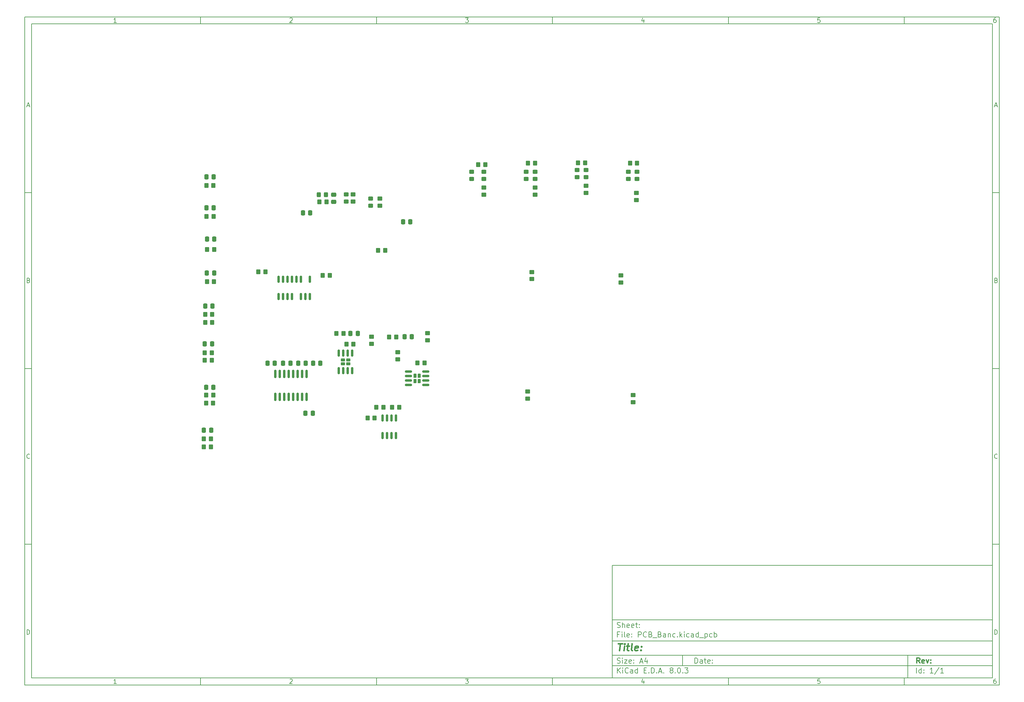
<source format=gbr>
%TF.GenerationSoftware,KiCad,Pcbnew,8.0.3*%
%TF.CreationDate,2024-09-18T10:17:04+02:00*%
%TF.ProjectId,PCB_Banc,5043425f-4261-46e6-932e-6b696361645f,rev?*%
%TF.SameCoordinates,Original*%
%TF.FileFunction,Paste,Top*%
%TF.FilePolarity,Positive*%
%FSLAX46Y46*%
G04 Gerber Fmt 4.6, Leading zero omitted, Abs format (unit mm)*
G04 Created by KiCad (PCBNEW 8.0.3) date 2024-09-18 10:17:04*
%MOMM*%
%LPD*%
G01*
G04 APERTURE LIST*
G04 Aperture macros list*
%AMRoundRect*
0 Rectangle with rounded corners*
0 $1 Rounding radius*
0 $2 $3 $4 $5 $6 $7 $8 $9 X,Y pos of 4 corners*
0 Add a 4 corners polygon primitive as box body*
4,1,4,$2,$3,$4,$5,$6,$7,$8,$9,$2,$3,0*
0 Add four circle primitives for the rounded corners*
1,1,$1+$1,$2,$3*
1,1,$1+$1,$4,$5*
1,1,$1+$1,$6,$7*
1,1,$1+$1,$8,$9*
0 Add four rect primitives between the rounded corners*
20,1,$1+$1,$2,$3,$4,$5,0*
20,1,$1+$1,$4,$5,$6,$7,0*
20,1,$1+$1,$6,$7,$8,$9,0*
20,1,$1+$1,$8,$9,$2,$3,0*%
G04 Aperture macros list end*
%ADD10C,0.100000*%
%ADD11C,0.150000*%
%ADD12C,0.300000*%
%ADD13C,0.400000*%
%ADD14RoundRect,0.250000X-0.450000X0.350000X-0.450000X-0.350000X0.450000X-0.350000X0.450000X0.350000X0*%
%ADD15RoundRect,0.250000X-0.337500X-0.475000X0.337500X-0.475000X0.337500X0.475000X-0.337500X0.475000X0*%
%ADD16RoundRect,0.250000X-0.350000X-0.450000X0.350000X-0.450000X0.350000X0.450000X-0.350000X0.450000X0*%
%ADD17RoundRect,0.250000X0.450000X-0.350000X0.450000X0.350000X-0.450000X0.350000X-0.450000X-0.350000X0*%
%ADD18RoundRect,0.250000X0.450000X-0.325000X0.450000X0.325000X-0.450000X0.325000X-0.450000X-0.325000X0*%
%ADD19RoundRect,0.230000X-0.375000X0.230000X-0.375000X-0.230000X0.375000X-0.230000X0.375000X0.230000X0*%
%ADD20RoundRect,0.150000X-0.150000X0.825000X-0.150000X-0.825000X0.150000X-0.825000X0.150000X0.825000X0*%
%ADD21RoundRect,0.250000X-0.475000X0.337500X-0.475000X-0.337500X0.475000X-0.337500X0.475000X0.337500X0*%
%ADD22RoundRect,0.250000X0.350000X0.450000X-0.350000X0.450000X-0.350000X-0.450000X0.350000X-0.450000X0*%
%ADD23RoundRect,0.250000X0.337500X0.475000X-0.337500X0.475000X-0.337500X-0.475000X0.337500X-0.475000X0*%
%ADD24RoundRect,0.250000X-0.450000X0.325000X-0.450000X-0.325000X0.450000X-0.325000X0.450000X0.325000X0*%
%ADD25RoundRect,0.230000X-0.230000X-0.375000X0.230000X-0.375000X0.230000X0.375000X-0.230000X0.375000X0*%
%ADD26RoundRect,0.150000X-0.825000X-0.150000X0.825000X-0.150000X0.825000X0.150000X-0.825000X0.150000X0*%
%ADD27RoundRect,0.250000X-0.325000X-0.450000X0.325000X-0.450000X0.325000X0.450000X-0.325000X0.450000X0*%
%ADD28RoundRect,0.150000X-0.150000X1.050000X-0.150000X-1.050000X0.150000X-1.050000X0.150000X1.050000X0*%
%ADD29RoundRect,0.150000X0.150000X-0.825000X0.150000X0.825000X-0.150000X0.825000X-0.150000X-0.825000X0*%
G04 APERTURE END LIST*
D10*
D11*
X177002200Y-166007200D02*
X285002200Y-166007200D01*
X285002200Y-198007200D01*
X177002200Y-198007200D01*
X177002200Y-166007200D01*
D10*
D11*
X10000000Y-10000000D02*
X287002200Y-10000000D01*
X287002200Y-200007200D01*
X10000000Y-200007200D01*
X10000000Y-10000000D01*
D10*
D11*
X12000000Y-12000000D02*
X285002200Y-12000000D01*
X285002200Y-198007200D01*
X12000000Y-198007200D01*
X12000000Y-12000000D01*
D10*
D11*
X60000000Y-12000000D02*
X60000000Y-10000000D01*
D10*
D11*
X110000000Y-12000000D02*
X110000000Y-10000000D01*
D10*
D11*
X160000000Y-12000000D02*
X160000000Y-10000000D01*
D10*
D11*
X210000000Y-12000000D02*
X210000000Y-10000000D01*
D10*
D11*
X260000000Y-12000000D02*
X260000000Y-10000000D01*
D10*
D11*
X36089160Y-11593604D02*
X35346303Y-11593604D01*
X35717731Y-11593604D02*
X35717731Y-10293604D01*
X35717731Y-10293604D02*
X35593922Y-10479319D01*
X35593922Y-10479319D02*
X35470112Y-10603128D01*
X35470112Y-10603128D02*
X35346303Y-10665033D01*
D10*
D11*
X85346303Y-10417414D02*
X85408207Y-10355509D01*
X85408207Y-10355509D02*
X85532017Y-10293604D01*
X85532017Y-10293604D02*
X85841541Y-10293604D01*
X85841541Y-10293604D02*
X85965350Y-10355509D01*
X85965350Y-10355509D02*
X86027255Y-10417414D01*
X86027255Y-10417414D02*
X86089160Y-10541223D01*
X86089160Y-10541223D02*
X86089160Y-10665033D01*
X86089160Y-10665033D02*
X86027255Y-10850747D01*
X86027255Y-10850747D02*
X85284398Y-11593604D01*
X85284398Y-11593604D02*
X86089160Y-11593604D01*
D10*
D11*
X135284398Y-10293604D02*
X136089160Y-10293604D01*
X136089160Y-10293604D02*
X135655826Y-10788842D01*
X135655826Y-10788842D02*
X135841541Y-10788842D01*
X135841541Y-10788842D02*
X135965350Y-10850747D01*
X135965350Y-10850747D02*
X136027255Y-10912652D01*
X136027255Y-10912652D02*
X136089160Y-11036461D01*
X136089160Y-11036461D02*
X136089160Y-11345985D01*
X136089160Y-11345985D02*
X136027255Y-11469795D01*
X136027255Y-11469795D02*
X135965350Y-11531700D01*
X135965350Y-11531700D02*
X135841541Y-11593604D01*
X135841541Y-11593604D02*
X135470112Y-11593604D01*
X135470112Y-11593604D02*
X135346303Y-11531700D01*
X135346303Y-11531700D02*
X135284398Y-11469795D01*
D10*
D11*
X185965350Y-10726938D02*
X185965350Y-11593604D01*
X185655826Y-10231700D02*
X185346303Y-11160271D01*
X185346303Y-11160271D02*
X186151064Y-11160271D01*
D10*
D11*
X236027255Y-10293604D02*
X235408207Y-10293604D01*
X235408207Y-10293604D02*
X235346303Y-10912652D01*
X235346303Y-10912652D02*
X235408207Y-10850747D01*
X235408207Y-10850747D02*
X235532017Y-10788842D01*
X235532017Y-10788842D02*
X235841541Y-10788842D01*
X235841541Y-10788842D02*
X235965350Y-10850747D01*
X235965350Y-10850747D02*
X236027255Y-10912652D01*
X236027255Y-10912652D02*
X236089160Y-11036461D01*
X236089160Y-11036461D02*
X236089160Y-11345985D01*
X236089160Y-11345985D02*
X236027255Y-11469795D01*
X236027255Y-11469795D02*
X235965350Y-11531700D01*
X235965350Y-11531700D02*
X235841541Y-11593604D01*
X235841541Y-11593604D02*
X235532017Y-11593604D01*
X235532017Y-11593604D02*
X235408207Y-11531700D01*
X235408207Y-11531700D02*
X235346303Y-11469795D01*
D10*
D11*
X285965350Y-10293604D02*
X285717731Y-10293604D01*
X285717731Y-10293604D02*
X285593922Y-10355509D01*
X285593922Y-10355509D02*
X285532017Y-10417414D01*
X285532017Y-10417414D02*
X285408207Y-10603128D01*
X285408207Y-10603128D02*
X285346303Y-10850747D01*
X285346303Y-10850747D02*
X285346303Y-11345985D01*
X285346303Y-11345985D02*
X285408207Y-11469795D01*
X285408207Y-11469795D02*
X285470112Y-11531700D01*
X285470112Y-11531700D02*
X285593922Y-11593604D01*
X285593922Y-11593604D02*
X285841541Y-11593604D01*
X285841541Y-11593604D02*
X285965350Y-11531700D01*
X285965350Y-11531700D02*
X286027255Y-11469795D01*
X286027255Y-11469795D02*
X286089160Y-11345985D01*
X286089160Y-11345985D02*
X286089160Y-11036461D01*
X286089160Y-11036461D02*
X286027255Y-10912652D01*
X286027255Y-10912652D02*
X285965350Y-10850747D01*
X285965350Y-10850747D02*
X285841541Y-10788842D01*
X285841541Y-10788842D02*
X285593922Y-10788842D01*
X285593922Y-10788842D02*
X285470112Y-10850747D01*
X285470112Y-10850747D02*
X285408207Y-10912652D01*
X285408207Y-10912652D02*
X285346303Y-11036461D01*
D10*
D11*
X60000000Y-198007200D02*
X60000000Y-200007200D01*
D10*
D11*
X110000000Y-198007200D02*
X110000000Y-200007200D01*
D10*
D11*
X160000000Y-198007200D02*
X160000000Y-200007200D01*
D10*
D11*
X210000000Y-198007200D02*
X210000000Y-200007200D01*
D10*
D11*
X260000000Y-198007200D02*
X260000000Y-200007200D01*
D10*
D11*
X36089160Y-199600804D02*
X35346303Y-199600804D01*
X35717731Y-199600804D02*
X35717731Y-198300804D01*
X35717731Y-198300804D02*
X35593922Y-198486519D01*
X35593922Y-198486519D02*
X35470112Y-198610328D01*
X35470112Y-198610328D02*
X35346303Y-198672233D01*
D10*
D11*
X85346303Y-198424614D02*
X85408207Y-198362709D01*
X85408207Y-198362709D02*
X85532017Y-198300804D01*
X85532017Y-198300804D02*
X85841541Y-198300804D01*
X85841541Y-198300804D02*
X85965350Y-198362709D01*
X85965350Y-198362709D02*
X86027255Y-198424614D01*
X86027255Y-198424614D02*
X86089160Y-198548423D01*
X86089160Y-198548423D02*
X86089160Y-198672233D01*
X86089160Y-198672233D02*
X86027255Y-198857947D01*
X86027255Y-198857947D02*
X85284398Y-199600804D01*
X85284398Y-199600804D02*
X86089160Y-199600804D01*
D10*
D11*
X135284398Y-198300804D02*
X136089160Y-198300804D01*
X136089160Y-198300804D02*
X135655826Y-198796042D01*
X135655826Y-198796042D02*
X135841541Y-198796042D01*
X135841541Y-198796042D02*
X135965350Y-198857947D01*
X135965350Y-198857947D02*
X136027255Y-198919852D01*
X136027255Y-198919852D02*
X136089160Y-199043661D01*
X136089160Y-199043661D02*
X136089160Y-199353185D01*
X136089160Y-199353185D02*
X136027255Y-199476995D01*
X136027255Y-199476995D02*
X135965350Y-199538900D01*
X135965350Y-199538900D02*
X135841541Y-199600804D01*
X135841541Y-199600804D02*
X135470112Y-199600804D01*
X135470112Y-199600804D02*
X135346303Y-199538900D01*
X135346303Y-199538900D02*
X135284398Y-199476995D01*
D10*
D11*
X185965350Y-198734138D02*
X185965350Y-199600804D01*
X185655826Y-198238900D02*
X185346303Y-199167471D01*
X185346303Y-199167471D02*
X186151064Y-199167471D01*
D10*
D11*
X236027255Y-198300804D02*
X235408207Y-198300804D01*
X235408207Y-198300804D02*
X235346303Y-198919852D01*
X235346303Y-198919852D02*
X235408207Y-198857947D01*
X235408207Y-198857947D02*
X235532017Y-198796042D01*
X235532017Y-198796042D02*
X235841541Y-198796042D01*
X235841541Y-198796042D02*
X235965350Y-198857947D01*
X235965350Y-198857947D02*
X236027255Y-198919852D01*
X236027255Y-198919852D02*
X236089160Y-199043661D01*
X236089160Y-199043661D02*
X236089160Y-199353185D01*
X236089160Y-199353185D02*
X236027255Y-199476995D01*
X236027255Y-199476995D02*
X235965350Y-199538900D01*
X235965350Y-199538900D02*
X235841541Y-199600804D01*
X235841541Y-199600804D02*
X235532017Y-199600804D01*
X235532017Y-199600804D02*
X235408207Y-199538900D01*
X235408207Y-199538900D02*
X235346303Y-199476995D01*
D10*
D11*
X285965350Y-198300804D02*
X285717731Y-198300804D01*
X285717731Y-198300804D02*
X285593922Y-198362709D01*
X285593922Y-198362709D02*
X285532017Y-198424614D01*
X285532017Y-198424614D02*
X285408207Y-198610328D01*
X285408207Y-198610328D02*
X285346303Y-198857947D01*
X285346303Y-198857947D02*
X285346303Y-199353185D01*
X285346303Y-199353185D02*
X285408207Y-199476995D01*
X285408207Y-199476995D02*
X285470112Y-199538900D01*
X285470112Y-199538900D02*
X285593922Y-199600804D01*
X285593922Y-199600804D02*
X285841541Y-199600804D01*
X285841541Y-199600804D02*
X285965350Y-199538900D01*
X285965350Y-199538900D02*
X286027255Y-199476995D01*
X286027255Y-199476995D02*
X286089160Y-199353185D01*
X286089160Y-199353185D02*
X286089160Y-199043661D01*
X286089160Y-199043661D02*
X286027255Y-198919852D01*
X286027255Y-198919852D02*
X285965350Y-198857947D01*
X285965350Y-198857947D02*
X285841541Y-198796042D01*
X285841541Y-198796042D02*
X285593922Y-198796042D01*
X285593922Y-198796042D02*
X285470112Y-198857947D01*
X285470112Y-198857947D02*
X285408207Y-198919852D01*
X285408207Y-198919852D02*
X285346303Y-199043661D01*
D10*
D11*
X10000000Y-60000000D02*
X12000000Y-60000000D01*
D10*
D11*
X10000000Y-110000000D02*
X12000000Y-110000000D01*
D10*
D11*
X10000000Y-160000000D02*
X12000000Y-160000000D01*
D10*
D11*
X10690476Y-35222176D02*
X11309523Y-35222176D01*
X10566666Y-35593604D02*
X10999999Y-34293604D01*
X10999999Y-34293604D02*
X11433333Y-35593604D01*
D10*
D11*
X11092857Y-84912652D02*
X11278571Y-84974557D01*
X11278571Y-84974557D02*
X11340476Y-85036461D01*
X11340476Y-85036461D02*
X11402380Y-85160271D01*
X11402380Y-85160271D02*
X11402380Y-85345985D01*
X11402380Y-85345985D02*
X11340476Y-85469795D01*
X11340476Y-85469795D02*
X11278571Y-85531700D01*
X11278571Y-85531700D02*
X11154761Y-85593604D01*
X11154761Y-85593604D02*
X10659523Y-85593604D01*
X10659523Y-85593604D02*
X10659523Y-84293604D01*
X10659523Y-84293604D02*
X11092857Y-84293604D01*
X11092857Y-84293604D02*
X11216666Y-84355509D01*
X11216666Y-84355509D02*
X11278571Y-84417414D01*
X11278571Y-84417414D02*
X11340476Y-84541223D01*
X11340476Y-84541223D02*
X11340476Y-84665033D01*
X11340476Y-84665033D02*
X11278571Y-84788842D01*
X11278571Y-84788842D02*
X11216666Y-84850747D01*
X11216666Y-84850747D02*
X11092857Y-84912652D01*
X11092857Y-84912652D02*
X10659523Y-84912652D01*
D10*
D11*
X11402380Y-135469795D02*
X11340476Y-135531700D01*
X11340476Y-135531700D02*
X11154761Y-135593604D01*
X11154761Y-135593604D02*
X11030952Y-135593604D01*
X11030952Y-135593604D02*
X10845238Y-135531700D01*
X10845238Y-135531700D02*
X10721428Y-135407890D01*
X10721428Y-135407890D02*
X10659523Y-135284080D01*
X10659523Y-135284080D02*
X10597619Y-135036461D01*
X10597619Y-135036461D02*
X10597619Y-134850747D01*
X10597619Y-134850747D02*
X10659523Y-134603128D01*
X10659523Y-134603128D02*
X10721428Y-134479319D01*
X10721428Y-134479319D02*
X10845238Y-134355509D01*
X10845238Y-134355509D02*
X11030952Y-134293604D01*
X11030952Y-134293604D02*
X11154761Y-134293604D01*
X11154761Y-134293604D02*
X11340476Y-134355509D01*
X11340476Y-134355509D02*
X11402380Y-134417414D01*
D10*
D11*
X10659523Y-185593604D02*
X10659523Y-184293604D01*
X10659523Y-184293604D02*
X10969047Y-184293604D01*
X10969047Y-184293604D02*
X11154761Y-184355509D01*
X11154761Y-184355509D02*
X11278571Y-184479319D01*
X11278571Y-184479319D02*
X11340476Y-184603128D01*
X11340476Y-184603128D02*
X11402380Y-184850747D01*
X11402380Y-184850747D02*
X11402380Y-185036461D01*
X11402380Y-185036461D02*
X11340476Y-185284080D01*
X11340476Y-185284080D02*
X11278571Y-185407890D01*
X11278571Y-185407890D02*
X11154761Y-185531700D01*
X11154761Y-185531700D02*
X10969047Y-185593604D01*
X10969047Y-185593604D02*
X10659523Y-185593604D01*
D10*
D11*
X287002200Y-60000000D02*
X285002200Y-60000000D01*
D10*
D11*
X287002200Y-110000000D02*
X285002200Y-110000000D01*
D10*
D11*
X287002200Y-160000000D02*
X285002200Y-160000000D01*
D10*
D11*
X285692676Y-35222176D02*
X286311723Y-35222176D01*
X285568866Y-35593604D02*
X286002199Y-34293604D01*
X286002199Y-34293604D02*
X286435533Y-35593604D01*
D10*
D11*
X286095057Y-84912652D02*
X286280771Y-84974557D01*
X286280771Y-84974557D02*
X286342676Y-85036461D01*
X286342676Y-85036461D02*
X286404580Y-85160271D01*
X286404580Y-85160271D02*
X286404580Y-85345985D01*
X286404580Y-85345985D02*
X286342676Y-85469795D01*
X286342676Y-85469795D02*
X286280771Y-85531700D01*
X286280771Y-85531700D02*
X286156961Y-85593604D01*
X286156961Y-85593604D02*
X285661723Y-85593604D01*
X285661723Y-85593604D02*
X285661723Y-84293604D01*
X285661723Y-84293604D02*
X286095057Y-84293604D01*
X286095057Y-84293604D02*
X286218866Y-84355509D01*
X286218866Y-84355509D02*
X286280771Y-84417414D01*
X286280771Y-84417414D02*
X286342676Y-84541223D01*
X286342676Y-84541223D02*
X286342676Y-84665033D01*
X286342676Y-84665033D02*
X286280771Y-84788842D01*
X286280771Y-84788842D02*
X286218866Y-84850747D01*
X286218866Y-84850747D02*
X286095057Y-84912652D01*
X286095057Y-84912652D02*
X285661723Y-84912652D01*
D10*
D11*
X286404580Y-135469795D02*
X286342676Y-135531700D01*
X286342676Y-135531700D02*
X286156961Y-135593604D01*
X286156961Y-135593604D02*
X286033152Y-135593604D01*
X286033152Y-135593604D02*
X285847438Y-135531700D01*
X285847438Y-135531700D02*
X285723628Y-135407890D01*
X285723628Y-135407890D02*
X285661723Y-135284080D01*
X285661723Y-135284080D02*
X285599819Y-135036461D01*
X285599819Y-135036461D02*
X285599819Y-134850747D01*
X285599819Y-134850747D02*
X285661723Y-134603128D01*
X285661723Y-134603128D02*
X285723628Y-134479319D01*
X285723628Y-134479319D02*
X285847438Y-134355509D01*
X285847438Y-134355509D02*
X286033152Y-134293604D01*
X286033152Y-134293604D02*
X286156961Y-134293604D01*
X286156961Y-134293604D02*
X286342676Y-134355509D01*
X286342676Y-134355509D02*
X286404580Y-134417414D01*
D10*
D11*
X285661723Y-185593604D02*
X285661723Y-184293604D01*
X285661723Y-184293604D02*
X285971247Y-184293604D01*
X285971247Y-184293604D02*
X286156961Y-184355509D01*
X286156961Y-184355509D02*
X286280771Y-184479319D01*
X286280771Y-184479319D02*
X286342676Y-184603128D01*
X286342676Y-184603128D02*
X286404580Y-184850747D01*
X286404580Y-184850747D02*
X286404580Y-185036461D01*
X286404580Y-185036461D02*
X286342676Y-185284080D01*
X286342676Y-185284080D02*
X286280771Y-185407890D01*
X286280771Y-185407890D02*
X286156961Y-185531700D01*
X286156961Y-185531700D02*
X285971247Y-185593604D01*
X285971247Y-185593604D02*
X285661723Y-185593604D01*
D10*
D11*
X200458026Y-193793328D02*
X200458026Y-192293328D01*
X200458026Y-192293328D02*
X200815169Y-192293328D01*
X200815169Y-192293328D02*
X201029455Y-192364757D01*
X201029455Y-192364757D02*
X201172312Y-192507614D01*
X201172312Y-192507614D02*
X201243741Y-192650471D01*
X201243741Y-192650471D02*
X201315169Y-192936185D01*
X201315169Y-192936185D02*
X201315169Y-193150471D01*
X201315169Y-193150471D02*
X201243741Y-193436185D01*
X201243741Y-193436185D02*
X201172312Y-193579042D01*
X201172312Y-193579042D02*
X201029455Y-193721900D01*
X201029455Y-193721900D02*
X200815169Y-193793328D01*
X200815169Y-193793328D02*
X200458026Y-193793328D01*
X202600884Y-193793328D02*
X202600884Y-193007614D01*
X202600884Y-193007614D02*
X202529455Y-192864757D01*
X202529455Y-192864757D02*
X202386598Y-192793328D01*
X202386598Y-192793328D02*
X202100884Y-192793328D01*
X202100884Y-192793328D02*
X201958026Y-192864757D01*
X202600884Y-193721900D02*
X202458026Y-193793328D01*
X202458026Y-193793328D02*
X202100884Y-193793328D01*
X202100884Y-193793328D02*
X201958026Y-193721900D01*
X201958026Y-193721900D02*
X201886598Y-193579042D01*
X201886598Y-193579042D02*
X201886598Y-193436185D01*
X201886598Y-193436185D02*
X201958026Y-193293328D01*
X201958026Y-193293328D02*
X202100884Y-193221900D01*
X202100884Y-193221900D02*
X202458026Y-193221900D01*
X202458026Y-193221900D02*
X202600884Y-193150471D01*
X203100884Y-192793328D02*
X203672312Y-192793328D01*
X203315169Y-192293328D02*
X203315169Y-193579042D01*
X203315169Y-193579042D02*
X203386598Y-193721900D01*
X203386598Y-193721900D02*
X203529455Y-193793328D01*
X203529455Y-193793328D02*
X203672312Y-193793328D01*
X204743741Y-193721900D02*
X204600884Y-193793328D01*
X204600884Y-193793328D02*
X204315170Y-193793328D01*
X204315170Y-193793328D02*
X204172312Y-193721900D01*
X204172312Y-193721900D02*
X204100884Y-193579042D01*
X204100884Y-193579042D02*
X204100884Y-193007614D01*
X204100884Y-193007614D02*
X204172312Y-192864757D01*
X204172312Y-192864757D02*
X204315170Y-192793328D01*
X204315170Y-192793328D02*
X204600884Y-192793328D01*
X204600884Y-192793328D02*
X204743741Y-192864757D01*
X204743741Y-192864757D02*
X204815170Y-193007614D01*
X204815170Y-193007614D02*
X204815170Y-193150471D01*
X204815170Y-193150471D02*
X204100884Y-193293328D01*
X205458026Y-193650471D02*
X205529455Y-193721900D01*
X205529455Y-193721900D02*
X205458026Y-193793328D01*
X205458026Y-193793328D02*
X205386598Y-193721900D01*
X205386598Y-193721900D02*
X205458026Y-193650471D01*
X205458026Y-193650471D02*
X205458026Y-193793328D01*
X205458026Y-192864757D02*
X205529455Y-192936185D01*
X205529455Y-192936185D02*
X205458026Y-193007614D01*
X205458026Y-193007614D02*
X205386598Y-192936185D01*
X205386598Y-192936185D02*
X205458026Y-192864757D01*
X205458026Y-192864757D02*
X205458026Y-193007614D01*
D10*
D11*
X177002200Y-194507200D02*
X285002200Y-194507200D01*
D10*
D11*
X178458026Y-196593328D02*
X178458026Y-195093328D01*
X179315169Y-196593328D02*
X178672312Y-195736185D01*
X179315169Y-195093328D02*
X178458026Y-195950471D01*
X179958026Y-196593328D02*
X179958026Y-195593328D01*
X179958026Y-195093328D02*
X179886598Y-195164757D01*
X179886598Y-195164757D02*
X179958026Y-195236185D01*
X179958026Y-195236185D02*
X180029455Y-195164757D01*
X180029455Y-195164757D02*
X179958026Y-195093328D01*
X179958026Y-195093328D02*
X179958026Y-195236185D01*
X181529455Y-196450471D02*
X181458027Y-196521900D01*
X181458027Y-196521900D02*
X181243741Y-196593328D01*
X181243741Y-196593328D02*
X181100884Y-196593328D01*
X181100884Y-196593328D02*
X180886598Y-196521900D01*
X180886598Y-196521900D02*
X180743741Y-196379042D01*
X180743741Y-196379042D02*
X180672312Y-196236185D01*
X180672312Y-196236185D02*
X180600884Y-195950471D01*
X180600884Y-195950471D02*
X180600884Y-195736185D01*
X180600884Y-195736185D02*
X180672312Y-195450471D01*
X180672312Y-195450471D02*
X180743741Y-195307614D01*
X180743741Y-195307614D02*
X180886598Y-195164757D01*
X180886598Y-195164757D02*
X181100884Y-195093328D01*
X181100884Y-195093328D02*
X181243741Y-195093328D01*
X181243741Y-195093328D02*
X181458027Y-195164757D01*
X181458027Y-195164757D02*
X181529455Y-195236185D01*
X182815170Y-196593328D02*
X182815170Y-195807614D01*
X182815170Y-195807614D02*
X182743741Y-195664757D01*
X182743741Y-195664757D02*
X182600884Y-195593328D01*
X182600884Y-195593328D02*
X182315170Y-195593328D01*
X182315170Y-195593328D02*
X182172312Y-195664757D01*
X182815170Y-196521900D02*
X182672312Y-196593328D01*
X182672312Y-196593328D02*
X182315170Y-196593328D01*
X182315170Y-196593328D02*
X182172312Y-196521900D01*
X182172312Y-196521900D02*
X182100884Y-196379042D01*
X182100884Y-196379042D02*
X182100884Y-196236185D01*
X182100884Y-196236185D02*
X182172312Y-196093328D01*
X182172312Y-196093328D02*
X182315170Y-196021900D01*
X182315170Y-196021900D02*
X182672312Y-196021900D01*
X182672312Y-196021900D02*
X182815170Y-195950471D01*
X184172313Y-196593328D02*
X184172313Y-195093328D01*
X184172313Y-196521900D02*
X184029455Y-196593328D01*
X184029455Y-196593328D02*
X183743741Y-196593328D01*
X183743741Y-196593328D02*
X183600884Y-196521900D01*
X183600884Y-196521900D02*
X183529455Y-196450471D01*
X183529455Y-196450471D02*
X183458027Y-196307614D01*
X183458027Y-196307614D02*
X183458027Y-195879042D01*
X183458027Y-195879042D02*
X183529455Y-195736185D01*
X183529455Y-195736185D02*
X183600884Y-195664757D01*
X183600884Y-195664757D02*
X183743741Y-195593328D01*
X183743741Y-195593328D02*
X184029455Y-195593328D01*
X184029455Y-195593328D02*
X184172313Y-195664757D01*
X186029455Y-195807614D02*
X186529455Y-195807614D01*
X186743741Y-196593328D02*
X186029455Y-196593328D01*
X186029455Y-196593328D02*
X186029455Y-195093328D01*
X186029455Y-195093328D02*
X186743741Y-195093328D01*
X187386598Y-196450471D02*
X187458027Y-196521900D01*
X187458027Y-196521900D02*
X187386598Y-196593328D01*
X187386598Y-196593328D02*
X187315170Y-196521900D01*
X187315170Y-196521900D02*
X187386598Y-196450471D01*
X187386598Y-196450471D02*
X187386598Y-196593328D01*
X188100884Y-196593328D02*
X188100884Y-195093328D01*
X188100884Y-195093328D02*
X188458027Y-195093328D01*
X188458027Y-195093328D02*
X188672313Y-195164757D01*
X188672313Y-195164757D02*
X188815170Y-195307614D01*
X188815170Y-195307614D02*
X188886599Y-195450471D01*
X188886599Y-195450471D02*
X188958027Y-195736185D01*
X188958027Y-195736185D02*
X188958027Y-195950471D01*
X188958027Y-195950471D02*
X188886599Y-196236185D01*
X188886599Y-196236185D02*
X188815170Y-196379042D01*
X188815170Y-196379042D02*
X188672313Y-196521900D01*
X188672313Y-196521900D02*
X188458027Y-196593328D01*
X188458027Y-196593328D02*
X188100884Y-196593328D01*
X189600884Y-196450471D02*
X189672313Y-196521900D01*
X189672313Y-196521900D02*
X189600884Y-196593328D01*
X189600884Y-196593328D02*
X189529456Y-196521900D01*
X189529456Y-196521900D02*
X189600884Y-196450471D01*
X189600884Y-196450471D02*
X189600884Y-196593328D01*
X190243742Y-196164757D02*
X190958028Y-196164757D01*
X190100885Y-196593328D02*
X190600885Y-195093328D01*
X190600885Y-195093328D02*
X191100885Y-196593328D01*
X191600884Y-196450471D02*
X191672313Y-196521900D01*
X191672313Y-196521900D02*
X191600884Y-196593328D01*
X191600884Y-196593328D02*
X191529456Y-196521900D01*
X191529456Y-196521900D02*
X191600884Y-196450471D01*
X191600884Y-196450471D02*
X191600884Y-196593328D01*
X193672313Y-195736185D02*
X193529456Y-195664757D01*
X193529456Y-195664757D02*
X193458027Y-195593328D01*
X193458027Y-195593328D02*
X193386599Y-195450471D01*
X193386599Y-195450471D02*
X193386599Y-195379042D01*
X193386599Y-195379042D02*
X193458027Y-195236185D01*
X193458027Y-195236185D02*
X193529456Y-195164757D01*
X193529456Y-195164757D02*
X193672313Y-195093328D01*
X193672313Y-195093328D02*
X193958027Y-195093328D01*
X193958027Y-195093328D02*
X194100885Y-195164757D01*
X194100885Y-195164757D02*
X194172313Y-195236185D01*
X194172313Y-195236185D02*
X194243742Y-195379042D01*
X194243742Y-195379042D02*
X194243742Y-195450471D01*
X194243742Y-195450471D02*
X194172313Y-195593328D01*
X194172313Y-195593328D02*
X194100885Y-195664757D01*
X194100885Y-195664757D02*
X193958027Y-195736185D01*
X193958027Y-195736185D02*
X193672313Y-195736185D01*
X193672313Y-195736185D02*
X193529456Y-195807614D01*
X193529456Y-195807614D02*
X193458027Y-195879042D01*
X193458027Y-195879042D02*
X193386599Y-196021900D01*
X193386599Y-196021900D02*
X193386599Y-196307614D01*
X193386599Y-196307614D02*
X193458027Y-196450471D01*
X193458027Y-196450471D02*
X193529456Y-196521900D01*
X193529456Y-196521900D02*
X193672313Y-196593328D01*
X193672313Y-196593328D02*
X193958027Y-196593328D01*
X193958027Y-196593328D02*
X194100885Y-196521900D01*
X194100885Y-196521900D02*
X194172313Y-196450471D01*
X194172313Y-196450471D02*
X194243742Y-196307614D01*
X194243742Y-196307614D02*
X194243742Y-196021900D01*
X194243742Y-196021900D02*
X194172313Y-195879042D01*
X194172313Y-195879042D02*
X194100885Y-195807614D01*
X194100885Y-195807614D02*
X193958027Y-195736185D01*
X194886598Y-196450471D02*
X194958027Y-196521900D01*
X194958027Y-196521900D02*
X194886598Y-196593328D01*
X194886598Y-196593328D02*
X194815170Y-196521900D01*
X194815170Y-196521900D02*
X194886598Y-196450471D01*
X194886598Y-196450471D02*
X194886598Y-196593328D01*
X195886599Y-195093328D02*
X196029456Y-195093328D01*
X196029456Y-195093328D02*
X196172313Y-195164757D01*
X196172313Y-195164757D02*
X196243742Y-195236185D01*
X196243742Y-195236185D02*
X196315170Y-195379042D01*
X196315170Y-195379042D02*
X196386599Y-195664757D01*
X196386599Y-195664757D02*
X196386599Y-196021900D01*
X196386599Y-196021900D02*
X196315170Y-196307614D01*
X196315170Y-196307614D02*
X196243742Y-196450471D01*
X196243742Y-196450471D02*
X196172313Y-196521900D01*
X196172313Y-196521900D02*
X196029456Y-196593328D01*
X196029456Y-196593328D02*
X195886599Y-196593328D01*
X195886599Y-196593328D02*
X195743742Y-196521900D01*
X195743742Y-196521900D02*
X195672313Y-196450471D01*
X195672313Y-196450471D02*
X195600884Y-196307614D01*
X195600884Y-196307614D02*
X195529456Y-196021900D01*
X195529456Y-196021900D02*
X195529456Y-195664757D01*
X195529456Y-195664757D02*
X195600884Y-195379042D01*
X195600884Y-195379042D02*
X195672313Y-195236185D01*
X195672313Y-195236185D02*
X195743742Y-195164757D01*
X195743742Y-195164757D02*
X195886599Y-195093328D01*
X197029455Y-196450471D02*
X197100884Y-196521900D01*
X197100884Y-196521900D02*
X197029455Y-196593328D01*
X197029455Y-196593328D02*
X196958027Y-196521900D01*
X196958027Y-196521900D02*
X197029455Y-196450471D01*
X197029455Y-196450471D02*
X197029455Y-196593328D01*
X197600884Y-195093328D02*
X198529456Y-195093328D01*
X198529456Y-195093328D02*
X198029456Y-195664757D01*
X198029456Y-195664757D02*
X198243741Y-195664757D01*
X198243741Y-195664757D02*
X198386599Y-195736185D01*
X198386599Y-195736185D02*
X198458027Y-195807614D01*
X198458027Y-195807614D02*
X198529456Y-195950471D01*
X198529456Y-195950471D02*
X198529456Y-196307614D01*
X198529456Y-196307614D02*
X198458027Y-196450471D01*
X198458027Y-196450471D02*
X198386599Y-196521900D01*
X198386599Y-196521900D02*
X198243741Y-196593328D01*
X198243741Y-196593328D02*
X197815170Y-196593328D01*
X197815170Y-196593328D02*
X197672313Y-196521900D01*
X197672313Y-196521900D02*
X197600884Y-196450471D01*
D10*
D11*
X177002200Y-191507200D02*
X285002200Y-191507200D01*
D10*
D12*
X264413853Y-193785528D02*
X263913853Y-193071242D01*
X263556710Y-193785528D02*
X263556710Y-192285528D01*
X263556710Y-192285528D02*
X264128139Y-192285528D01*
X264128139Y-192285528D02*
X264270996Y-192356957D01*
X264270996Y-192356957D02*
X264342425Y-192428385D01*
X264342425Y-192428385D02*
X264413853Y-192571242D01*
X264413853Y-192571242D02*
X264413853Y-192785528D01*
X264413853Y-192785528D02*
X264342425Y-192928385D01*
X264342425Y-192928385D02*
X264270996Y-192999814D01*
X264270996Y-192999814D02*
X264128139Y-193071242D01*
X264128139Y-193071242D02*
X263556710Y-193071242D01*
X265628139Y-193714100D02*
X265485282Y-193785528D01*
X265485282Y-193785528D02*
X265199568Y-193785528D01*
X265199568Y-193785528D02*
X265056710Y-193714100D01*
X265056710Y-193714100D02*
X264985282Y-193571242D01*
X264985282Y-193571242D02*
X264985282Y-192999814D01*
X264985282Y-192999814D02*
X265056710Y-192856957D01*
X265056710Y-192856957D02*
X265199568Y-192785528D01*
X265199568Y-192785528D02*
X265485282Y-192785528D01*
X265485282Y-192785528D02*
X265628139Y-192856957D01*
X265628139Y-192856957D02*
X265699568Y-192999814D01*
X265699568Y-192999814D02*
X265699568Y-193142671D01*
X265699568Y-193142671D02*
X264985282Y-193285528D01*
X266199567Y-192785528D02*
X266556710Y-193785528D01*
X266556710Y-193785528D02*
X266913853Y-192785528D01*
X267485281Y-193642671D02*
X267556710Y-193714100D01*
X267556710Y-193714100D02*
X267485281Y-193785528D01*
X267485281Y-193785528D02*
X267413853Y-193714100D01*
X267413853Y-193714100D02*
X267485281Y-193642671D01*
X267485281Y-193642671D02*
X267485281Y-193785528D01*
X267485281Y-192856957D02*
X267556710Y-192928385D01*
X267556710Y-192928385D02*
X267485281Y-192999814D01*
X267485281Y-192999814D02*
X267413853Y-192928385D01*
X267413853Y-192928385D02*
X267485281Y-192856957D01*
X267485281Y-192856957D02*
X267485281Y-192999814D01*
D10*
D11*
X178386598Y-193721900D02*
X178600884Y-193793328D01*
X178600884Y-193793328D02*
X178958026Y-193793328D01*
X178958026Y-193793328D02*
X179100884Y-193721900D01*
X179100884Y-193721900D02*
X179172312Y-193650471D01*
X179172312Y-193650471D02*
X179243741Y-193507614D01*
X179243741Y-193507614D02*
X179243741Y-193364757D01*
X179243741Y-193364757D02*
X179172312Y-193221900D01*
X179172312Y-193221900D02*
X179100884Y-193150471D01*
X179100884Y-193150471D02*
X178958026Y-193079042D01*
X178958026Y-193079042D02*
X178672312Y-193007614D01*
X178672312Y-193007614D02*
X178529455Y-192936185D01*
X178529455Y-192936185D02*
X178458026Y-192864757D01*
X178458026Y-192864757D02*
X178386598Y-192721900D01*
X178386598Y-192721900D02*
X178386598Y-192579042D01*
X178386598Y-192579042D02*
X178458026Y-192436185D01*
X178458026Y-192436185D02*
X178529455Y-192364757D01*
X178529455Y-192364757D02*
X178672312Y-192293328D01*
X178672312Y-192293328D02*
X179029455Y-192293328D01*
X179029455Y-192293328D02*
X179243741Y-192364757D01*
X179886597Y-193793328D02*
X179886597Y-192793328D01*
X179886597Y-192293328D02*
X179815169Y-192364757D01*
X179815169Y-192364757D02*
X179886597Y-192436185D01*
X179886597Y-192436185D02*
X179958026Y-192364757D01*
X179958026Y-192364757D02*
X179886597Y-192293328D01*
X179886597Y-192293328D02*
X179886597Y-192436185D01*
X180458026Y-192793328D02*
X181243741Y-192793328D01*
X181243741Y-192793328D02*
X180458026Y-193793328D01*
X180458026Y-193793328D02*
X181243741Y-193793328D01*
X182386598Y-193721900D02*
X182243741Y-193793328D01*
X182243741Y-193793328D02*
X181958027Y-193793328D01*
X181958027Y-193793328D02*
X181815169Y-193721900D01*
X181815169Y-193721900D02*
X181743741Y-193579042D01*
X181743741Y-193579042D02*
X181743741Y-193007614D01*
X181743741Y-193007614D02*
X181815169Y-192864757D01*
X181815169Y-192864757D02*
X181958027Y-192793328D01*
X181958027Y-192793328D02*
X182243741Y-192793328D01*
X182243741Y-192793328D02*
X182386598Y-192864757D01*
X182386598Y-192864757D02*
X182458027Y-193007614D01*
X182458027Y-193007614D02*
X182458027Y-193150471D01*
X182458027Y-193150471D02*
X181743741Y-193293328D01*
X183100883Y-193650471D02*
X183172312Y-193721900D01*
X183172312Y-193721900D02*
X183100883Y-193793328D01*
X183100883Y-193793328D02*
X183029455Y-193721900D01*
X183029455Y-193721900D02*
X183100883Y-193650471D01*
X183100883Y-193650471D02*
X183100883Y-193793328D01*
X183100883Y-192864757D02*
X183172312Y-192936185D01*
X183172312Y-192936185D02*
X183100883Y-193007614D01*
X183100883Y-193007614D02*
X183029455Y-192936185D01*
X183029455Y-192936185D02*
X183100883Y-192864757D01*
X183100883Y-192864757D02*
X183100883Y-193007614D01*
X184886598Y-193364757D02*
X185600884Y-193364757D01*
X184743741Y-193793328D02*
X185243741Y-192293328D01*
X185243741Y-192293328D02*
X185743741Y-193793328D01*
X186886598Y-192793328D02*
X186886598Y-193793328D01*
X186529455Y-192221900D02*
X186172312Y-193293328D01*
X186172312Y-193293328D02*
X187100883Y-193293328D01*
D10*
D11*
X263458026Y-196593328D02*
X263458026Y-195093328D01*
X264815170Y-196593328D02*
X264815170Y-195093328D01*
X264815170Y-196521900D02*
X264672312Y-196593328D01*
X264672312Y-196593328D02*
X264386598Y-196593328D01*
X264386598Y-196593328D02*
X264243741Y-196521900D01*
X264243741Y-196521900D02*
X264172312Y-196450471D01*
X264172312Y-196450471D02*
X264100884Y-196307614D01*
X264100884Y-196307614D02*
X264100884Y-195879042D01*
X264100884Y-195879042D02*
X264172312Y-195736185D01*
X264172312Y-195736185D02*
X264243741Y-195664757D01*
X264243741Y-195664757D02*
X264386598Y-195593328D01*
X264386598Y-195593328D02*
X264672312Y-195593328D01*
X264672312Y-195593328D02*
X264815170Y-195664757D01*
X265529455Y-196450471D02*
X265600884Y-196521900D01*
X265600884Y-196521900D02*
X265529455Y-196593328D01*
X265529455Y-196593328D02*
X265458027Y-196521900D01*
X265458027Y-196521900D02*
X265529455Y-196450471D01*
X265529455Y-196450471D02*
X265529455Y-196593328D01*
X265529455Y-195664757D02*
X265600884Y-195736185D01*
X265600884Y-195736185D02*
X265529455Y-195807614D01*
X265529455Y-195807614D02*
X265458027Y-195736185D01*
X265458027Y-195736185D02*
X265529455Y-195664757D01*
X265529455Y-195664757D02*
X265529455Y-195807614D01*
X268172313Y-196593328D02*
X267315170Y-196593328D01*
X267743741Y-196593328D02*
X267743741Y-195093328D01*
X267743741Y-195093328D02*
X267600884Y-195307614D01*
X267600884Y-195307614D02*
X267458027Y-195450471D01*
X267458027Y-195450471D02*
X267315170Y-195521900D01*
X269886598Y-195021900D02*
X268600884Y-196950471D01*
X271172313Y-196593328D02*
X270315170Y-196593328D01*
X270743741Y-196593328D02*
X270743741Y-195093328D01*
X270743741Y-195093328D02*
X270600884Y-195307614D01*
X270600884Y-195307614D02*
X270458027Y-195450471D01*
X270458027Y-195450471D02*
X270315170Y-195521900D01*
D10*
D11*
X177002200Y-187507200D02*
X285002200Y-187507200D01*
D10*
D13*
X178693928Y-188211638D02*
X179836785Y-188211638D01*
X179015357Y-190211638D02*
X179265357Y-188211638D01*
X180253452Y-190211638D02*
X180420119Y-188878304D01*
X180503452Y-188211638D02*
X180396309Y-188306876D01*
X180396309Y-188306876D02*
X180479643Y-188402114D01*
X180479643Y-188402114D02*
X180586786Y-188306876D01*
X180586786Y-188306876D02*
X180503452Y-188211638D01*
X180503452Y-188211638D02*
X180479643Y-188402114D01*
X181086786Y-188878304D02*
X181848690Y-188878304D01*
X181455833Y-188211638D02*
X181241548Y-189925923D01*
X181241548Y-189925923D02*
X181312976Y-190116400D01*
X181312976Y-190116400D02*
X181491548Y-190211638D01*
X181491548Y-190211638D02*
X181682024Y-190211638D01*
X182634405Y-190211638D02*
X182455833Y-190116400D01*
X182455833Y-190116400D02*
X182384405Y-189925923D01*
X182384405Y-189925923D02*
X182598690Y-188211638D01*
X184170119Y-190116400D02*
X183967738Y-190211638D01*
X183967738Y-190211638D02*
X183586785Y-190211638D01*
X183586785Y-190211638D02*
X183408214Y-190116400D01*
X183408214Y-190116400D02*
X183336785Y-189925923D01*
X183336785Y-189925923D02*
X183432024Y-189164019D01*
X183432024Y-189164019D02*
X183551071Y-188973542D01*
X183551071Y-188973542D02*
X183753452Y-188878304D01*
X183753452Y-188878304D02*
X184134404Y-188878304D01*
X184134404Y-188878304D02*
X184312976Y-188973542D01*
X184312976Y-188973542D02*
X184384404Y-189164019D01*
X184384404Y-189164019D02*
X184360595Y-189354495D01*
X184360595Y-189354495D02*
X183384404Y-189544971D01*
X185134405Y-190021161D02*
X185217738Y-190116400D01*
X185217738Y-190116400D02*
X185110595Y-190211638D01*
X185110595Y-190211638D02*
X185027262Y-190116400D01*
X185027262Y-190116400D02*
X185134405Y-190021161D01*
X185134405Y-190021161D02*
X185110595Y-190211638D01*
X185265357Y-188973542D02*
X185348690Y-189068780D01*
X185348690Y-189068780D02*
X185241548Y-189164019D01*
X185241548Y-189164019D02*
X185158214Y-189068780D01*
X185158214Y-189068780D02*
X185265357Y-188973542D01*
X185265357Y-188973542D02*
X185241548Y-189164019D01*
D10*
D11*
X178958026Y-185607614D02*
X178458026Y-185607614D01*
X178458026Y-186393328D02*
X178458026Y-184893328D01*
X178458026Y-184893328D02*
X179172312Y-184893328D01*
X179743740Y-186393328D02*
X179743740Y-185393328D01*
X179743740Y-184893328D02*
X179672312Y-184964757D01*
X179672312Y-184964757D02*
X179743740Y-185036185D01*
X179743740Y-185036185D02*
X179815169Y-184964757D01*
X179815169Y-184964757D02*
X179743740Y-184893328D01*
X179743740Y-184893328D02*
X179743740Y-185036185D01*
X180672312Y-186393328D02*
X180529455Y-186321900D01*
X180529455Y-186321900D02*
X180458026Y-186179042D01*
X180458026Y-186179042D02*
X180458026Y-184893328D01*
X181815169Y-186321900D02*
X181672312Y-186393328D01*
X181672312Y-186393328D02*
X181386598Y-186393328D01*
X181386598Y-186393328D02*
X181243740Y-186321900D01*
X181243740Y-186321900D02*
X181172312Y-186179042D01*
X181172312Y-186179042D02*
X181172312Y-185607614D01*
X181172312Y-185607614D02*
X181243740Y-185464757D01*
X181243740Y-185464757D02*
X181386598Y-185393328D01*
X181386598Y-185393328D02*
X181672312Y-185393328D01*
X181672312Y-185393328D02*
X181815169Y-185464757D01*
X181815169Y-185464757D02*
X181886598Y-185607614D01*
X181886598Y-185607614D02*
X181886598Y-185750471D01*
X181886598Y-185750471D02*
X181172312Y-185893328D01*
X182529454Y-186250471D02*
X182600883Y-186321900D01*
X182600883Y-186321900D02*
X182529454Y-186393328D01*
X182529454Y-186393328D02*
X182458026Y-186321900D01*
X182458026Y-186321900D02*
X182529454Y-186250471D01*
X182529454Y-186250471D02*
X182529454Y-186393328D01*
X182529454Y-185464757D02*
X182600883Y-185536185D01*
X182600883Y-185536185D02*
X182529454Y-185607614D01*
X182529454Y-185607614D02*
X182458026Y-185536185D01*
X182458026Y-185536185D02*
X182529454Y-185464757D01*
X182529454Y-185464757D02*
X182529454Y-185607614D01*
X184386597Y-186393328D02*
X184386597Y-184893328D01*
X184386597Y-184893328D02*
X184958026Y-184893328D01*
X184958026Y-184893328D02*
X185100883Y-184964757D01*
X185100883Y-184964757D02*
X185172312Y-185036185D01*
X185172312Y-185036185D02*
X185243740Y-185179042D01*
X185243740Y-185179042D02*
X185243740Y-185393328D01*
X185243740Y-185393328D02*
X185172312Y-185536185D01*
X185172312Y-185536185D02*
X185100883Y-185607614D01*
X185100883Y-185607614D02*
X184958026Y-185679042D01*
X184958026Y-185679042D02*
X184386597Y-185679042D01*
X186743740Y-186250471D02*
X186672312Y-186321900D01*
X186672312Y-186321900D02*
X186458026Y-186393328D01*
X186458026Y-186393328D02*
X186315169Y-186393328D01*
X186315169Y-186393328D02*
X186100883Y-186321900D01*
X186100883Y-186321900D02*
X185958026Y-186179042D01*
X185958026Y-186179042D02*
X185886597Y-186036185D01*
X185886597Y-186036185D02*
X185815169Y-185750471D01*
X185815169Y-185750471D02*
X185815169Y-185536185D01*
X185815169Y-185536185D02*
X185886597Y-185250471D01*
X185886597Y-185250471D02*
X185958026Y-185107614D01*
X185958026Y-185107614D02*
X186100883Y-184964757D01*
X186100883Y-184964757D02*
X186315169Y-184893328D01*
X186315169Y-184893328D02*
X186458026Y-184893328D01*
X186458026Y-184893328D02*
X186672312Y-184964757D01*
X186672312Y-184964757D02*
X186743740Y-185036185D01*
X187886597Y-185607614D02*
X188100883Y-185679042D01*
X188100883Y-185679042D02*
X188172312Y-185750471D01*
X188172312Y-185750471D02*
X188243740Y-185893328D01*
X188243740Y-185893328D02*
X188243740Y-186107614D01*
X188243740Y-186107614D02*
X188172312Y-186250471D01*
X188172312Y-186250471D02*
X188100883Y-186321900D01*
X188100883Y-186321900D02*
X187958026Y-186393328D01*
X187958026Y-186393328D02*
X187386597Y-186393328D01*
X187386597Y-186393328D02*
X187386597Y-184893328D01*
X187386597Y-184893328D02*
X187886597Y-184893328D01*
X187886597Y-184893328D02*
X188029455Y-184964757D01*
X188029455Y-184964757D02*
X188100883Y-185036185D01*
X188100883Y-185036185D02*
X188172312Y-185179042D01*
X188172312Y-185179042D02*
X188172312Y-185321900D01*
X188172312Y-185321900D02*
X188100883Y-185464757D01*
X188100883Y-185464757D02*
X188029455Y-185536185D01*
X188029455Y-185536185D02*
X187886597Y-185607614D01*
X187886597Y-185607614D02*
X187386597Y-185607614D01*
X188529455Y-186536185D02*
X189672312Y-186536185D01*
X190529454Y-185607614D02*
X190743740Y-185679042D01*
X190743740Y-185679042D02*
X190815169Y-185750471D01*
X190815169Y-185750471D02*
X190886597Y-185893328D01*
X190886597Y-185893328D02*
X190886597Y-186107614D01*
X190886597Y-186107614D02*
X190815169Y-186250471D01*
X190815169Y-186250471D02*
X190743740Y-186321900D01*
X190743740Y-186321900D02*
X190600883Y-186393328D01*
X190600883Y-186393328D02*
X190029454Y-186393328D01*
X190029454Y-186393328D02*
X190029454Y-184893328D01*
X190029454Y-184893328D02*
X190529454Y-184893328D01*
X190529454Y-184893328D02*
X190672312Y-184964757D01*
X190672312Y-184964757D02*
X190743740Y-185036185D01*
X190743740Y-185036185D02*
X190815169Y-185179042D01*
X190815169Y-185179042D02*
X190815169Y-185321900D01*
X190815169Y-185321900D02*
X190743740Y-185464757D01*
X190743740Y-185464757D02*
X190672312Y-185536185D01*
X190672312Y-185536185D02*
X190529454Y-185607614D01*
X190529454Y-185607614D02*
X190029454Y-185607614D01*
X192172312Y-186393328D02*
X192172312Y-185607614D01*
X192172312Y-185607614D02*
X192100883Y-185464757D01*
X192100883Y-185464757D02*
X191958026Y-185393328D01*
X191958026Y-185393328D02*
X191672312Y-185393328D01*
X191672312Y-185393328D02*
X191529454Y-185464757D01*
X192172312Y-186321900D02*
X192029454Y-186393328D01*
X192029454Y-186393328D02*
X191672312Y-186393328D01*
X191672312Y-186393328D02*
X191529454Y-186321900D01*
X191529454Y-186321900D02*
X191458026Y-186179042D01*
X191458026Y-186179042D02*
X191458026Y-186036185D01*
X191458026Y-186036185D02*
X191529454Y-185893328D01*
X191529454Y-185893328D02*
X191672312Y-185821900D01*
X191672312Y-185821900D02*
X192029454Y-185821900D01*
X192029454Y-185821900D02*
X192172312Y-185750471D01*
X192886597Y-185393328D02*
X192886597Y-186393328D01*
X192886597Y-185536185D02*
X192958026Y-185464757D01*
X192958026Y-185464757D02*
X193100883Y-185393328D01*
X193100883Y-185393328D02*
X193315169Y-185393328D01*
X193315169Y-185393328D02*
X193458026Y-185464757D01*
X193458026Y-185464757D02*
X193529455Y-185607614D01*
X193529455Y-185607614D02*
X193529455Y-186393328D01*
X194886598Y-186321900D02*
X194743740Y-186393328D01*
X194743740Y-186393328D02*
X194458026Y-186393328D01*
X194458026Y-186393328D02*
X194315169Y-186321900D01*
X194315169Y-186321900D02*
X194243740Y-186250471D01*
X194243740Y-186250471D02*
X194172312Y-186107614D01*
X194172312Y-186107614D02*
X194172312Y-185679042D01*
X194172312Y-185679042D02*
X194243740Y-185536185D01*
X194243740Y-185536185D02*
X194315169Y-185464757D01*
X194315169Y-185464757D02*
X194458026Y-185393328D01*
X194458026Y-185393328D02*
X194743740Y-185393328D01*
X194743740Y-185393328D02*
X194886598Y-185464757D01*
X195529454Y-186250471D02*
X195600883Y-186321900D01*
X195600883Y-186321900D02*
X195529454Y-186393328D01*
X195529454Y-186393328D02*
X195458026Y-186321900D01*
X195458026Y-186321900D02*
X195529454Y-186250471D01*
X195529454Y-186250471D02*
X195529454Y-186393328D01*
X196243740Y-186393328D02*
X196243740Y-184893328D01*
X196386598Y-185821900D02*
X196815169Y-186393328D01*
X196815169Y-185393328D02*
X196243740Y-185964757D01*
X197458026Y-186393328D02*
X197458026Y-185393328D01*
X197458026Y-184893328D02*
X197386598Y-184964757D01*
X197386598Y-184964757D02*
X197458026Y-185036185D01*
X197458026Y-185036185D02*
X197529455Y-184964757D01*
X197529455Y-184964757D02*
X197458026Y-184893328D01*
X197458026Y-184893328D02*
X197458026Y-185036185D01*
X198815170Y-186321900D02*
X198672312Y-186393328D01*
X198672312Y-186393328D02*
X198386598Y-186393328D01*
X198386598Y-186393328D02*
X198243741Y-186321900D01*
X198243741Y-186321900D02*
X198172312Y-186250471D01*
X198172312Y-186250471D02*
X198100884Y-186107614D01*
X198100884Y-186107614D02*
X198100884Y-185679042D01*
X198100884Y-185679042D02*
X198172312Y-185536185D01*
X198172312Y-185536185D02*
X198243741Y-185464757D01*
X198243741Y-185464757D02*
X198386598Y-185393328D01*
X198386598Y-185393328D02*
X198672312Y-185393328D01*
X198672312Y-185393328D02*
X198815170Y-185464757D01*
X200100884Y-186393328D02*
X200100884Y-185607614D01*
X200100884Y-185607614D02*
X200029455Y-185464757D01*
X200029455Y-185464757D02*
X199886598Y-185393328D01*
X199886598Y-185393328D02*
X199600884Y-185393328D01*
X199600884Y-185393328D02*
X199458026Y-185464757D01*
X200100884Y-186321900D02*
X199958026Y-186393328D01*
X199958026Y-186393328D02*
X199600884Y-186393328D01*
X199600884Y-186393328D02*
X199458026Y-186321900D01*
X199458026Y-186321900D02*
X199386598Y-186179042D01*
X199386598Y-186179042D02*
X199386598Y-186036185D01*
X199386598Y-186036185D02*
X199458026Y-185893328D01*
X199458026Y-185893328D02*
X199600884Y-185821900D01*
X199600884Y-185821900D02*
X199958026Y-185821900D01*
X199958026Y-185821900D02*
X200100884Y-185750471D01*
X201458027Y-186393328D02*
X201458027Y-184893328D01*
X201458027Y-186321900D02*
X201315169Y-186393328D01*
X201315169Y-186393328D02*
X201029455Y-186393328D01*
X201029455Y-186393328D02*
X200886598Y-186321900D01*
X200886598Y-186321900D02*
X200815169Y-186250471D01*
X200815169Y-186250471D02*
X200743741Y-186107614D01*
X200743741Y-186107614D02*
X200743741Y-185679042D01*
X200743741Y-185679042D02*
X200815169Y-185536185D01*
X200815169Y-185536185D02*
X200886598Y-185464757D01*
X200886598Y-185464757D02*
X201029455Y-185393328D01*
X201029455Y-185393328D02*
X201315169Y-185393328D01*
X201315169Y-185393328D02*
X201458027Y-185464757D01*
X201815170Y-186536185D02*
X202958027Y-186536185D01*
X203315169Y-185393328D02*
X203315169Y-186893328D01*
X203315169Y-185464757D02*
X203458027Y-185393328D01*
X203458027Y-185393328D02*
X203743741Y-185393328D01*
X203743741Y-185393328D02*
X203886598Y-185464757D01*
X203886598Y-185464757D02*
X203958027Y-185536185D01*
X203958027Y-185536185D02*
X204029455Y-185679042D01*
X204029455Y-185679042D02*
X204029455Y-186107614D01*
X204029455Y-186107614D02*
X203958027Y-186250471D01*
X203958027Y-186250471D02*
X203886598Y-186321900D01*
X203886598Y-186321900D02*
X203743741Y-186393328D01*
X203743741Y-186393328D02*
X203458027Y-186393328D01*
X203458027Y-186393328D02*
X203315169Y-186321900D01*
X205315170Y-186321900D02*
X205172312Y-186393328D01*
X205172312Y-186393328D02*
X204886598Y-186393328D01*
X204886598Y-186393328D02*
X204743741Y-186321900D01*
X204743741Y-186321900D02*
X204672312Y-186250471D01*
X204672312Y-186250471D02*
X204600884Y-186107614D01*
X204600884Y-186107614D02*
X204600884Y-185679042D01*
X204600884Y-185679042D02*
X204672312Y-185536185D01*
X204672312Y-185536185D02*
X204743741Y-185464757D01*
X204743741Y-185464757D02*
X204886598Y-185393328D01*
X204886598Y-185393328D02*
X205172312Y-185393328D01*
X205172312Y-185393328D02*
X205315170Y-185464757D01*
X205958026Y-186393328D02*
X205958026Y-184893328D01*
X205958026Y-185464757D02*
X206100884Y-185393328D01*
X206100884Y-185393328D02*
X206386598Y-185393328D01*
X206386598Y-185393328D02*
X206529455Y-185464757D01*
X206529455Y-185464757D02*
X206600884Y-185536185D01*
X206600884Y-185536185D02*
X206672312Y-185679042D01*
X206672312Y-185679042D02*
X206672312Y-186107614D01*
X206672312Y-186107614D02*
X206600884Y-186250471D01*
X206600884Y-186250471D02*
X206529455Y-186321900D01*
X206529455Y-186321900D02*
X206386598Y-186393328D01*
X206386598Y-186393328D02*
X206100884Y-186393328D01*
X206100884Y-186393328D02*
X205958026Y-186321900D01*
D10*
D11*
X177002200Y-181507200D02*
X285002200Y-181507200D01*
D10*
D11*
X178386598Y-183621900D02*
X178600884Y-183693328D01*
X178600884Y-183693328D02*
X178958026Y-183693328D01*
X178958026Y-183693328D02*
X179100884Y-183621900D01*
X179100884Y-183621900D02*
X179172312Y-183550471D01*
X179172312Y-183550471D02*
X179243741Y-183407614D01*
X179243741Y-183407614D02*
X179243741Y-183264757D01*
X179243741Y-183264757D02*
X179172312Y-183121900D01*
X179172312Y-183121900D02*
X179100884Y-183050471D01*
X179100884Y-183050471D02*
X178958026Y-182979042D01*
X178958026Y-182979042D02*
X178672312Y-182907614D01*
X178672312Y-182907614D02*
X178529455Y-182836185D01*
X178529455Y-182836185D02*
X178458026Y-182764757D01*
X178458026Y-182764757D02*
X178386598Y-182621900D01*
X178386598Y-182621900D02*
X178386598Y-182479042D01*
X178386598Y-182479042D02*
X178458026Y-182336185D01*
X178458026Y-182336185D02*
X178529455Y-182264757D01*
X178529455Y-182264757D02*
X178672312Y-182193328D01*
X178672312Y-182193328D02*
X179029455Y-182193328D01*
X179029455Y-182193328D02*
X179243741Y-182264757D01*
X179886597Y-183693328D02*
X179886597Y-182193328D01*
X180529455Y-183693328D02*
X180529455Y-182907614D01*
X180529455Y-182907614D02*
X180458026Y-182764757D01*
X180458026Y-182764757D02*
X180315169Y-182693328D01*
X180315169Y-182693328D02*
X180100883Y-182693328D01*
X180100883Y-182693328D02*
X179958026Y-182764757D01*
X179958026Y-182764757D02*
X179886597Y-182836185D01*
X181815169Y-183621900D02*
X181672312Y-183693328D01*
X181672312Y-183693328D02*
X181386598Y-183693328D01*
X181386598Y-183693328D02*
X181243740Y-183621900D01*
X181243740Y-183621900D02*
X181172312Y-183479042D01*
X181172312Y-183479042D02*
X181172312Y-182907614D01*
X181172312Y-182907614D02*
X181243740Y-182764757D01*
X181243740Y-182764757D02*
X181386598Y-182693328D01*
X181386598Y-182693328D02*
X181672312Y-182693328D01*
X181672312Y-182693328D02*
X181815169Y-182764757D01*
X181815169Y-182764757D02*
X181886598Y-182907614D01*
X181886598Y-182907614D02*
X181886598Y-183050471D01*
X181886598Y-183050471D02*
X181172312Y-183193328D01*
X183100883Y-183621900D02*
X182958026Y-183693328D01*
X182958026Y-183693328D02*
X182672312Y-183693328D01*
X182672312Y-183693328D02*
X182529454Y-183621900D01*
X182529454Y-183621900D02*
X182458026Y-183479042D01*
X182458026Y-183479042D02*
X182458026Y-182907614D01*
X182458026Y-182907614D02*
X182529454Y-182764757D01*
X182529454Y-182764757D02*
X182672312Y-182693328D01*
X182672312Y-182693328D02*
X182958026Y-182693328D01*
X182958026Y-182693328D02*
X183100883Y-182764757D01*
X183100883Y-182764757D02*
X183172312Y-182907614D01*
X183172312Y-182907614D02*
X183172312Y-183050471D01*
X183172312Y-183050471D02*
X182458026Y-183193328D01*
X183600883Y-182693328D02*
X184172311Y-182693328D01*
X183815168Y-182193328D02*
X183815168Y-183479042D01*
X183815168Y-183479042D02*
X183886597Y-183621900D01*
X183886597Y-183621900D02*
X184029454Y-183693328D01*
X184029454Y-183693328D02*
X184172311Y-183693328D01*
X184672311Y-183550471D02*
X184743740Y-183621900D01*
X184743740Y-183621900D02*
X184672311Y-183693328D01*
X184672311Y-183693328D02*
X184600883Y-183621900D01*
X184600883Y-183621900D02*
X184672311Y-183550471D01*
X184672311Y-183550471D02*
X184672311Y-183693328D01*
X184672311Y-182764757D02*
X184743740Y-182836185D01*
X184743740Y-182836185D02*
X184672311Y-182907614D01*
X184672311Y-182907614D02*
X184600883Y-182836185D01*
X184600883Y-182836185D02*
X184672311Y-182764757D01*
X184672311Y-182764757D02*
X184672311Y-182907614D01*
D10*
D11*
X197002200Y-191507200D02*
X197002200Y-194507200D01*
D10*
D11*
X261002200Y-191507200D02*
X261002200Y-198007200D01*
D14*
%TO.C,R30*%
X103342000Y-60510000D03*
X103342000Y-62510000D03*
%TD*%
D15*
%TO.C,C13*%
X91966500Y-108454000D03*
X94041500Y-108454000D03*
%TD*%
D16*
%TO.C,R6*%
X167290000Y-51528000D03*
X169290000Y-51528000D03*
%TD*%
D17*
%TO.C,R16*%
X152942000Y-118544000D03*
X152942000Y-116544000D03*
%TD*%
D16*
%TO.C,R4*%
X153036000Y-51556000D03*
X155036000Y-51556000D03*
%TD*%
D18*
%TO.C,D5*%
X169536000Y-55581000D03*
X169536000Y-53531000D03*
%TD*%
D19*
%TO.C,U5*%
X101935000Y-107531000D03*
X100435000Y-107531000D03*
X101935000Y-108671000D03*
X100435000Y-108671000D03*
D20*
X103090000Y-105626000D03*
X101820000Y-105626000D03*
X100550000Y-105626000D03*
X99280000Y-105626000D03*
X99280000Y-110576000D03*
X100550000Y-110576000D03*
X101820000Y-110576000D03*
X103090000Y-110576000D03*
%TD*%
D16*
%TO.C,R39*%
X110476000Y-76416000D03*
X112476000Y-76416000D03*
%TD*%
D15*
%TO.C,C19*%
X61797500Y-73162000D03*
X63872500Y-73162000D03*
%TD*%
%TO.C,C17*%
X60908500Y-127510000D03*
X62983500Y-127510000D03*
%TD*%
D21*
%TO.C,C21*%
X97792000Y-60522500D03*
X97792000Y-62597500D03*
%TD*%
D22*
%TO.C,R36*%
X63311000Y-96863000D03*
X61311000Y-96863000D03*
%TD*%
D16*
%TO.C,R40*%
X94728000Y-83528000D03*
X96728000Y-83528000D03*
%TD*%
%TO.C,R25*%
X93792000Y-62560000D03*
X95792000Y-62560000D03*
%TD*%
%TO.C,R9*%
X182036000Y-51556000D03*
X184036000Y-51556000D03*
%TD*%
D17*
%TO.C,R15*%
X154132000Y-84544000D03*
X154132000Y-82544000D03*
%TD*%
D23*
%TO.C,C15*%
X104657000Y-100044000D03*
X102582000Y-100044000D03*
%TD*%
D22*
%TO.C,R35*%
X63565000Y-119850000D03*
X61565000Y-119850000D03*
%TD*%
D15*
%TO.C,C14*%
X117949500Y-100929000D03*
X120024500Y-100929000D03*
%TD*%
D24*
%TO.C,D8*%
X181536000Y-54031000D03*
X181536000Y-56081000D03*
%TD*%
D18*
%TO.C,D3*%
X155036000Y-56081000D03*
X155036000Y-54031000D03*
%TD*%
D16*
%TO.C,R33*%
X107442000Y-124044000D03*
X109442000Y-124044000D03*
%TD*%
D22*
%TO.C,R32*%
X111942000Y-121044000D03*
X109942000Y-121044000D03*
%TD*%
D17*
%TO.C,R14*%
X179402000Y-85544000D03*
X179402000Y-83544000D03*
%TD*%
D18*
%TO.C,D9*%
X108292000Y-63716000D03*
X108292000Y-61666000D03*
%TD*%
D14*
%TO.C,R5*%
X155036000Y-58556000D03*
X155036000Y-60556000D03*
%TD*%
D25*
%TO.C,U6*%
X120942000Y-112044000D03*
X120942000Y-113544000D03*
X122082000Y-112044000D03*
X122082000Y-113544000D03*
D26*
X119037000Y-110889000D03*
X119037000Y-112159000D03*
X119037000Y-113429000D03*
X119037000Y-114699000D03*
X123987000Y-114699000D03*
X123987000Y-113429000D03*
X123987000Y-112159000D03*
X123987000Y-110889000D03*
%TD*%
D24*
%TO.C,D6*%
X167036000Y-53531000D03*
X167036000Y-55581000D03*
%TD*%
D16*
%TO.C,R38*%
X76424000Y-82512000D03*
X78424000Y-82512000D03*
%TD*%
D22*
%TO.C,R37*%
X62914000Y-132296000D03*
X60914000Y-132296000D03*
%TD*%
D23*
%TO.C,C9*%
X89829000Y-108454000D03*
X87754000Y-108454000D03*
%TD*%
D22*
%TO.C,R27*%
X62946000Y-130010000D03*
X60946000Y-130010000D03*
%TD*%
D27*
%TO.C,D10*%
X93607000Y-60560000D03*
X95657000Y-60560000D03*
%TD*%
D24*
%TO.C,D4*%
X152536000Y-54031000D03*
X152536000Y-56081000D03*
%TD*%
D23*
%TO.C,C4*%
X91161500Y-65748000D03*
X89086500Y-65748000D03*
%TD*%
D14*
%TO.C,R10*%
X183876000Y-60056000D03*
X183876000Y-62056000D03*
%TD*%
D16*
%TO.C,R18*%
X98582000Y-100044000D03*
X100582000Y-100044000D03*
%TD*%
%TO.C,R31*%
X114442000Y-121044000D03*
X116442000Y-121044000D03*
%TD*%
D15*
%TO.C,C16*%
X61289500Y-92212000D03*
X63364500Y-92212000D03*
%TD*%
%TO.C,C12*%
X78991000Y-108454000D03*
X81066000Y-108454000D03*
%TD*%
D28*
%TO.C,U3*%
X90124000Y-111572000D03*
X88854000Y-111572000D03*
X87584000Y-111572000D03*
X86314000Y-111572000D03*
X85044000Y-111572000D03*
X83774000Y-111572000D03*
X82504000Y-111572000D03*
X81234000Y-111572000D03*
X81234000Y-118072000D03*
X82504000Y-118072000D03*
X83774000Y-118072000D03*
X85044000Y-118072000D03*
X86314000Y-118072000D03*
X87584000Y-118072000D03*
X88854000Y-118072000D03*
X90124000Y-118072000D03*
%TD*%
D18*
%TO.C,D7*%
X184036000Y-56081000D03*
X184036000Y-54031000D03*
%TD*%
D22*
%TO.C,R11*%
X63200000Y-105499000D03*
X61200000Y-105499000D03*
%TD*%
%TO.C,R26*%
X63311000Y-94577000D03*
X61311000Y-94577000D03*
%TD*%
D23*
%TO.C,C11*%
X85511000Y-108454000D03*
X83436000Y-108454000D03*
%TD*%
D15*
%TO.C,C3*%
X61654500Y-64264000D03*
X63729500Y-64264000D03*
%TD*%
D22*
%TO.C,R28*%
X63819000Y-85306000D03*
X61819000Y-85306000D03*
%TD*%
D14*
%TO.C,R17*%
X124487000Y-99929000D03*
X124487000Y-101929000D03*
%TD*%
D15*
%TO.C,C6*%
X61654500Y-55461000D03*
X63729500Y-55461000D03*
%TD*%
D18*
%TO.C,D1*%
X140536000Y-56081000D03*
X140536000Y-54031000D03*
%TD*%
D22*
%TO.C,R3*%
X63692000Y-66764000D03*
X61692000Y-66764000D03*
%TD*%
D24*
%TO.C,D11*%
X101342000Y-60485000D03*
X101342000Y-62535000D03*
%TD*%
D22*
%TO.C,R7*%
X63654500Y-57961000D03*
X61654500Y-57961000D03*
%TD*%
D24*
%TO.C,D2*%
X137036000Y-54031000D03*
X137036000Y-56081000D03*
%TD*%
D22*
%TO.C,R29*%
X63835000Y-76162000D03*
X61835000Y-76162000D03*
%TD*%
%TO.C,R12*%
X63581000Y-117564000D03*
X61581000Y-117564000D03*
%TD*%
D17*
%TO.C,R19*%
X108539000Y-102943000D03*
X108539000Y-100943000D03*
%TD*%
%TO.C,R24*%
X110952000Y-63700000D03*
X110952000Y-61700000D03*
%TD*%
D14*
%TO.C,R2*%
X140536000Y-58556000D03*
X140536000Y-60556000D03*
%TD*%
D16*
%TO.C,R21*%
X113582000Y-101044000D03*
X115582000Y-101044000D03*
%TD*%
D29*
%TO.C,U4*%
X111672000Y-129019000D03*
X112942000Y-129019000D03*
X114212000Y-129019000D03*
X115482000Y-129019000D03*
X115482000Y-124069000D03*
X114212000Y-124069000D03*
X112942000Y-124069000D03*
X111672000Y-124069000D03*
%TD*%
D15*
%TO.C,C10*%
X61543500Y-115318000D03*
X63618500Y-115318000D03*
%TD*%
D16*
%TO.C,R23*%
X121636000Y-108420000D03*
X123636000Y-108420000D03*
%TD*%
D15*
%TO.C,C18*%
X61781500Y-82806000D03*
X63856500Y-82806000D03*
%TD*%
D23*
%TO.C,C5*%
X119609500Y-68288000D03*
X117534500Y-68288000D03*
%TD*%
D14*
%TO.C,R8*%
X169536000Y-58056000D03*
X169536000Y-60056000D03*
%TD*%
D16*
%TO.C,R22*%
X101443000Y-103086000D03*
X103443000Y-103086000D03*
%TD*%
D20*
%TO.C,U2*%
X91013000Y-84609000D03*
X88473000Y-84609000D03*
X87203000Y-84609000D03*
X85933000Y-84609000D03*
X84663000Y-84609000D03*
X83393000Y-84609000D03*
X82123000Y-84609000D03*
X82123000Y-89559000D03*
X83393000Y-89559000D03*
X84663000Y-89559000D03*
X85933000Y-89559000D03*
X88473000Y-89559000D03*
X89743000Y-89559000D03*
X91013000Y-89559000D03*
%TD*%
D16*
%TO.C,R1*%
X138924000Y-52032000D03*
X140924000Y-52032000D03*
%TD*%
D17*
%TO.C,R13*%
X182942000Y-119544000D03*
X182942000Y-117544000D03*
%TD*%
D14*
%TO.C,R20*%
X116032000Y-105388000D03*
X116032000Y-107388000D03*
%TD*%
D22*
%TO.C,R34*%
X63184000Y-107658000D03*
X61184000Y-107658000D03*
%TD*%
D23*
%TO.C,C8*%
X91861000Y-122678000D03*
X89786000Y-122678000D03*
%TD*%
D15*
%TO.C,C7*%
X61162500Y-102999000D03*
X63237500Y-102999000D03*
%TD*%
M02*

</source>
